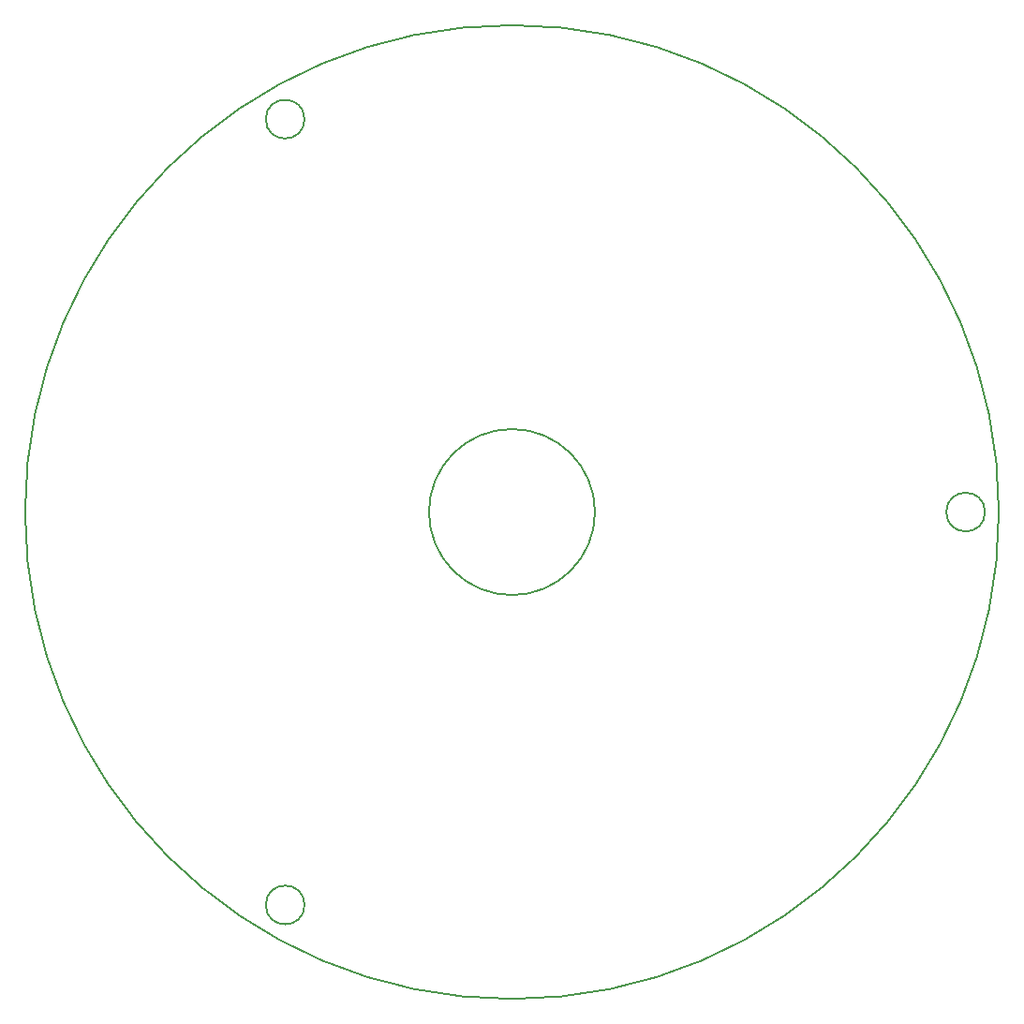
<source format=gm1>
G04*
G04 #@! TF.GenerationSoftware,Altium Limited,Altium Designer,21.1.1 (26)*
G04*
G04 Layer_Color=16711935*
%FSLAX25Y25*%
%MOIN*%
G70*
G04*
G04 #@! TF.SameCoordinates,C14E84D6-E55F-4F28-B501-0927BA63E6F0*
G04*
G04*
G04 #@! TF.FilePolarity,Positive*
G04*
G01*
G75*
%ADD21C,0.00500*%
D21*
X173228Y0D02*
G03*
X173228Y0I-173228J0D01*
G01*
X-73819Y-139792D02*
G03*
X-73819Y-139792I-6890J0D01*
G01*
Y139792D02*
G03*
X-73819Y139792I-6890J0D01*
G01*
X168307Y0D02*
G03*
X168307Y0I-6890J0D01*
G01*
X29528D02*
G03*
X29528Y0I-29528J0D01*
G01*
M02*

</source>
